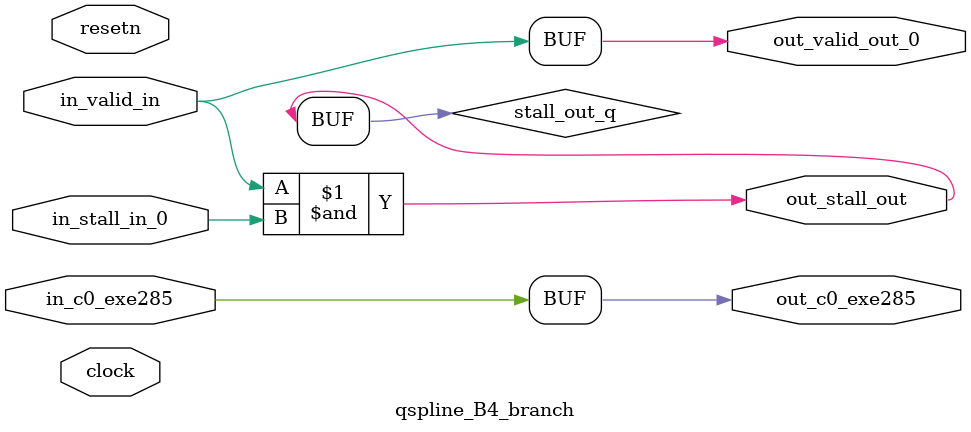
<source format=sv>



(* altera_attribute = "-name AUTO_SHIFT_REGISTER_RECOGNITION OFF; -name MESSAGE_DISABLE 10036; -name MESSAGE_DISABLE 10037; -name MESSAGE_DISABLE 14130; -name MESSAGE_DISABLE 14320; -name MESSAGE_DISABLE 15400; -name MESSAGE_DISABLE 14130; -name MESSAGE_DISABLE 10036; -name MESSAGE_DISABLE 12020; -name MESSAGE_DISABLE 12030; -name MESSAGE_DISABLE 12010; -name MESSAGE_DISABLE 12110; -name MESSAGE_DISABLE 14320; -name MESSAGE_DISABLE 13410; -name MESSAGE_DISABLE 113007; -name MESSAGE_DISABLE 10958" *)
module qspline_B4_branch (
    input wire [0:0] in_c0_exe285,
    input wire [0:0] in_stall_in_0,
    input wire [0:0] in_valid_in,
    output wire [0:0] out_c0_exe285,
    output wire [0:0] out_stall_out,
    output wire [0:0] out_valid_out_0,
    input wire clock,
    input wire resetn
    );

    wire [0:0] stall_out_q;


    // out_c0_exe285(GPOUT,5)
    assign out_c0_exe285 = in_c0_exe285;

    // stall_out(LOGICAL,8)
    assign stall_out_q = in_valid_in & in_stall_in_0;

    // out_stall_out(GPOUT,6)
    assign out_stall_out = stall_out_q;

    // out_valid_out_0(GPOUT,7)
    assign out_valid_out_0 = in_valid_in;

endmodule

</source>
